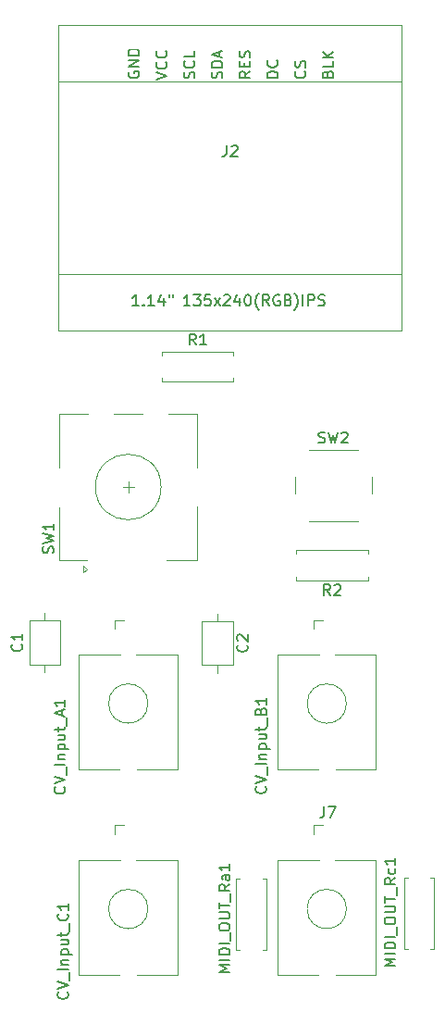
<source format=gto>
G04 #@! TF.GenerationSoftware,KiCad,Pcbnew,(7.0.0)*
G04 #@! TF.CreationDate,2023-03-19T22:56:20+00:00*
G04 #@! TF.ProjectId,front_microlidian,66726f6e-745f-46d6-9963-726f6c696469,rev?*
G04 #@! TF.SameCoordinates,Original*
G04 #@! TF.FileFunction,Legend,Top*
G04 #@! TF.FilePolarity,Positive*
%FSLAX46Y46*%
G04 Gerber Fmt 4.6, Leading zero omitted, Abs format (unit mm)*
G04 Created by KiCad (PCBNEW (7.0.0)) date 2023-03-19 22:56:20*
%MOMM*%
%LPD*%
G01*
G04 APERTURE LIST*
%ADD10C,0.150000*%
%ADD11C,0.120000*%
%ADD12C,1.600000*%
%ADD13O,1.600000X1.600000*%
%ADD14C,2.000000*%
%ADD15R,1.524000X1.524000*%
%ADD16C,1.524000*%
%ADD17R,2.000000X2.000000*%
%ADD18R,2.500000X3.000000*%
%ADD19R,1.930000X1.830000*%
%ADD20C,2.130000*%
%ADD21R,1.700000X1.700000*%
%ADD22O,1.700000X1.700000*%
G04 APERTURE END LIST*
D10*
X104647742Y-108599266D02*
X104695361Y-108646885D01*
X104695361Y-108646885D02*
X104742980Y-108789742D01*
X104742980Y-108789742D02*
X104742980Y-108884980D01*
X104742980Y-108884980D02*
X104695361Y-109027837D01*
X104695361Y-109027837D02*
X104600123Y-109123075D01*
X104600123Y-109123075D02*
X104504885Y-109170694D01*
X104504885Y-109170694D02*
X104314409Y-109218313D01*
X104314409Y-109218313D02*
X104171552Y-109218313D01*
X104171552Y-109218313D02*
X103981076Y-109170694D01*
X103981076Y-109170694D02*
X103885838Y-109123075D01*
X103885838Y-109123075D02*
X103790600Y-109027837D01*
X103790600Y-109027837D02*
X103742980Y-108884980D01*
X103742980Y-108884980D02*
X103742980Y-108789742D01*
X103742980Y-108789742D02*
X103790600Y-108646885D01*
X103790600Y-108646885D02*
X103838219Y-108599266D01*
X103838219Y-108218313D02*
X103790600Y-108170694D01*
X103790600Y-108170694D02*
X103742980Y-108075456D01*
X103742980Y-108075456D02*
X103742980Y-107837361D01*
X103742980Y-107837361D02*
X103790600Y-107742123D01*
X103790600Y-107742123D02*
X103838219Y-107694504D01*
X103838219Y-107694504D02*
X103933457Y-107646885D01*
X103933457Y-107646885D02*
X104028695Y-107646885D01*
X104028695Y-107646885D02*
X104171552Y-107694504D01*
X104171552Y-107694504D02*
X104742980Y-108265932D01*
X104742980Y-108265932D02*
X104742980Y-107646885D01*
X112279133Y-104057980D02*
X111945800Y-103581790D01*
X111707705Y-104057980D02*
X111707705Y-103057980D01*
X111707705Y-103057980D02*
X112088657Y-103057980D01*
X112088657Y-103057980D02*
X112183895Y-103105600D01*
X112183895Y-103105600D02*
X112231514Y-103153219D01*
X112231514Y-103153219D02*
X112279133Y-103248457D01*
X112279133Y-103248457D02*
X112279133Y-103391314D01*
X112279133Y-103391314D02*
X112231514Y-103486552D01*
X112231514Y-103486552D02*
X112183895Y-103534171D01*
X112183895Y-103534171D02*
X112088657Y-103581790D01*
X112088657Y-103581790D02*
X111707705Y-103581790D01*
X112660086Y-103153219D02*
X112707705Y-103105600D01*
X112707705Y-103105600D02*
X112802943Y-103057980D01*
X112802943Y-103057980D02*
X113041038Y-103057980D01*
X113041038Y-103057980D02*
X113136276Y-103105600D01*
X113136276Y-103105600D02*
X113183895Y-103153219D01*
X113183895Y-103153219D02*
X113231514Y-103248457D01*
X113231514Y-103248457D02*
X113231514Y-103343695D01*
X113231514Y-103343695D02*
X113183895Y-103486552D01*
X113183895Y-103486552D02*
X112612467Y-104057980D01*
X112612467Y-104057980D02*
X113231514Y-104057980D01*
X118248780Y-137962761D02*
X117248780Y-137962761D01*
X117248780Y-137962761D02*
X117963066Y-137629428D01*
X117963066Y-137629428D02*
X117248780Y-137296095D01*
X117248780Y-137296095D02*
X118248780Y-137296095D01*
X118248780Y-136819904D02*
X117248780Y-136819904D01*
X118248780Y-136343714D02*
X117248780Y-136343714D01*
X117248780Y-136343714D02*
X117248780Y-136105619D01*
X117248780Y-136105619D02*
X117296400Y-135962762D01*
X117296400Y-135962762D02*
X117391638Y-135867524D01*
X117391638Y-135867524D02*
X117486876Y-135819905D01*
X117486876Y-135819905D02*
X117677352Y-135772286D01*
X117677352Y-135772286D02*
X117820209Y-135772286D01*
X117820209Y-135772286D02*
X118010685Y-135819905D01*
X118010685Y-135819905D02*
X118105923Y-135867524D01*
X118105923Y-135867524D02*
X118201161Y-135962762D01*
X118201161Y-135962762D02*
X118248780Y-136105619D01*
X118248780Y-136105619D02*
X118248780Y-136343714D01*
X118248780Y-135343714D02*
X117248780Y-135343714D01*
X118344019Y-135105620D02*
X118344019Y-134343715D01*
X117248780Y-133915143D02*
X117248780Y-133724667D01*
X117248780Y-133724667D02*
X117296400Y-133629429D01*
X117296400Y-133629429D02*
X117391638Y-133534191D01*
X117391638Y-133534191D02*
X117582114Y-133486572D01*
X117582114Y-133486572D02*
X117915447Y-133486572D01*
X117915447Y-133486572D02*
X118105923Y-133534191D01*
X118105923Y-133534191D02*
X118201161Y-133629429D01*
X118201161Y-133629429D02*
X118248780Y-133724667D01*
X118248780Y-133724667D02*
X118248780Y-133915143D01*
X118248780Y-133915143D02*
X118201161Y-134010381D01*
X118201161Y-134010381D02*
X118105923Y-134105619D01*
X118105923Y-134105619D02*
X117915447Y-134153238D01*
X117915447Y-134153238D02*
X117582114Y-134153238D01*
X117582114Y-134153238D02*
X117391638Y-134105619D01*
X117391638Y-134105619D02*
X117296400Y-134010381D01*
X117296400Y-134010381D02*
X117248780Y-133915143D01*
X117248780Y-133058000D02*
X118058304Y-133058000D01*
X118058304Y-133058000D02*
X118153542Y-133010381D01*
X118153542Y-133010381D02*
X118201161Y-132962762D01*
X118201161Y-132962762D02*
X118248780Y-132867524D01*
X118248780Y-132867524D02*
X118248780Y-132677048D01*
X118248780Y-132677048D02*
X118201161Y-132581810D01*
X118201161Y-132581810D02*
X118153542Y-132534191D01*
X118153542Y-132534191D02*
X118058304Y-132486572D01*
X118058304Y-132486572D02*
X117248780Y-132486572D01*
X117248780Y-132153238D02*
X117248780Y-131581810D01*
X118248780Y-131867524D02*
X117248780Y-131867524D01*
X118344019Y-131486572D02*
X118344019Y-130724667D01*
X118248780Y-129915143D02*
X117772590Y-130248476D01*
X118248780Y-130486571D02*
X117248780Y-130486571D01*
X117248780Y-130486571D02*
X117248780Y-130105619D01*
X117248780Y-130105619D02*
X117296400Y-130010381D01*
X117296400Y-130010381D02*
X117344019Y-129962762D01*
X117344019Y-129962762D02*
X117439257Y-129915143D01*
X117439257Y-129915143D02*
X117582114Y-129915143D01*
X117582114Y-129915143D02*
X117677352Y-129962762D01*
X117677352Y-129962762D02*
X117724971Y-130010381D01*
X117724971Y-130010381D02*
X117772590Y-130105619D01*
X117772590Y-130105619D02*
X117772590Y-130486571D01*
X118201161Y-129058000D02*
X118248780Y-129153238D01*
X118248780Y-129153238D02*
X118248780Y-129343714D01*
X118248780Y-129343714D02*
X118201161Y-129438952D01*
X118201161Y-129438952D02*
X118153542Y-129486571D01*
X118153542Y-129486571D02*
X118058304Y-129534190D01*
X118058304Y-129534190D02*
X117772590Y-129534190D01*
X117772590Y-129534190D02*
X117677352Y-129486571D01*
X117677352Y-129486571D02*
X117629733Y-129438952D01*
X117629733Y-129438952D02*
X117582114Y-129343714D01*
X117582114Y-129343714D02*
X117582114Y-129153238D01*
X117582114Y-129153238D02*
X117629733Y-129058000D01*
X118248780Y-128105619D02*
X118248780Y-128677047D01*
X118248780Y-128391333D02*
X117248780Y-128391333D01*
X117248780Y-128391333D02*
X117391638Y-128486571D01*
X117391638Y-128486571D02*
X117486876Y-128581809D01*
X117486876Y-128581809D02*
X117534495Y-128677047D01*
X103084980Y-138532570D02*
X102084980Y-138532570D01*
X102084980Y-138532570D02*
X102799266Y-138199237D01*
X102799266Y-138199237D02*
X102084980Y-137865904D01*
X102084980Y-137865904D02*
X103084980Y-137865904D01*
X103084980Y-137389713D02*
X102084980Y-137389713D01*
X103084980Y-136913523D02*
X102084980Y-136913523D01*
X102084980Y-136913523D02*
X102084980Y-136675428D01*
X102084980Y-136675428D02*
X102132600Y-136532571D01*
X102132600Y-136532571D02*
X102227838Y-136437333D01*
X102227838Y-136437333D02*
X102323076Y-136389714D01*
X102323076Y-136389714D02*
X102513552Y-136342095D01*
X102513552Y-136342095D02*
X102656409Y-136342095D01*
X102656409Y-136342095D02*
X102846885Y-136389714D01*
X102846885Y-136389714D02*
X102942123Y-136437333D01*
X102942123Y-136437333D02*
X103037361Y-136532571D01*
X103037361Y-136532571D02*
X103084980Y-136675428D01*
X103084980Y-136675428D02*
X103084980Y-136913523D01*
X103084980Y-135913523D02*
X102084980Y-135913523D01*
X103180219Y-135675429D02*
X103180219Y-134913524D01*
X102084980Y-134484952D02*
X102084980Y-134294476D01*
X102084980Y-134294476D02*
X102132600Y-134199238D01*
X102132600Y-134199238D02*
X102227838Y-134104000D01*
X102227838Y-134104000D02*
X102418314Y-134056381D01*
X102418314Y-134056381D02*
X102751647Y-134056381D01*
X102751647Y-134056381D02*
X102942123Y-134104000D01*
X102942123Y-134104000D02*
X103037361Y-134199238D01*
X103037361Y-134199238D02*
X103084980Y-134294476D01*
X103084980Y-134294476D02*
X103084980Y-134484952D01*
X103084980Y-134484952D02*
X103037361Y-134580190D01*
X103037361Y-134580190D02*
X102942123Y-134675428D01*
X102942123Y-134675428D02*
X102751647Y-134723047D01*
X102751647Y-134723047D02*
X102418314Y-134723047D01*
X102418314Y-134723047D02*
X102227838Y-134675428D01*
X102227838Y-134675428D02*
X102132600Y-134580190D01*
X102132600Y-134580190D02*
X102084980Y-134484952D01*
X102084980Y-133627809D02*
X102894504Y-133627809D01*
X102894504Y-133627809D02*
X102989742Y-133580190D01*
X102989742Y-133580190D02*
X103037361Y-133532571D01*
X103037361Y-133532571D02*
X103084980Y-133437333D01*
X103084980Y-133437333D02*
X103084980Y-133246857D01*
X103084980Y-133246857D02*
X103037361Y-133151619D01*
X103037361Y-133151619D02*
X102989742Y-133104000D01*
X102989742Y-133104000D02*
X102894504Y-133056381D01*
X102894504Y-133056381D02*
X102084980Y-133056381D01*
X102084980Y-132723047D02*
X102084980Y-132151619D01*
X103084980Y-132437333D02*
X102084980Y-132437333D01*
X103180219Y-132056381D02*
X103180219Y-131294476D01*
X103084980Y-130484952D02*
X102608790Y-130818285D01*
X103084980Y-131056380D02*
X102084980Y-131056380D01*
X102084980Y-131056380D02*
X102084980Y-130675428D01*
X102084980Y-130675428D02*
X102132600Y-130580190D01*
X102132600Y-130580190D02*
X102180219Y-130532571D01*
X102180219Y-130532571D02*
X102275457Y-130484952D01*
X102275457Y-130484952D02*
X102418314Y-130484952D01*
X102418314Y-130484952D02*
X102513552Y-130532571D01*
X102513552Y-130532571D02*
X102561171Y-130580190D01*
X102561171Y-130580190D02*
X102608790Y-130675428D01*
X102608790Y-130675428D02*
X102608790Y-131056380D01*
X103084980Y-129627809D02*
X102561171Y-129627809D01*
X102561171Y-129627809D02*
X102465933Y-129675428D01*
X102465933Y-129675428D02*
X102418314Y-129770666D01*
X102418314Y-129770666D02*
X102418314Y-129961142D01*
X102418314Y-129961142D02*
X102465933Y-130056380D01*
X103037361Y-129627809D02*
X103084980Y-129723047D01*
X103084980Y-129723047D02*
X103084980Y-129961142D01*
X103084980Y-129961142D02*
X103037361Y-130056380D01*
X103037361Y-130056380D02*
X102942123Y-130103999D01*
X102942123Y-130103999D02*
X102846885Y-130103999D01*
X102846885Y-130103999D02*
X102751647Y-130056380D01*
X102751647Y-130056380D02*
X102704028Y-129961142D01*
X102704028Y-129961142D02*
X102704028Y-129723047D01*
X102704028Y-129723047D02*
X102656409Y-129627809D01*
X103084980Y-128627809D02*
X103084980Y-129199237D01*
X103084980Y-128913523D02*
X102084980Y-128913523D01*
X102084980Y-128913523D02*
X102227838Y-129008761D01*
X102227838Y-129008761D02*
X102323076Y-129103999D01*
X102323076Y-129103999D02*
X102370695Y-129199237D01*
X111222257Y-90081641D02*
X111365114Y-90129260D01*
X111365114Y-90129260D02*
X111603209Y-90129260D01*
X111603209Y-90129260D02*
X111698447Y-90081641D01*
X111698447Y-90081641D02*
X111746066Y-90034022D01*
X111746066Y-90034022D02*
X111793685Y-89938784D01*
X111793685Y-89938784D02*
X111793685Y-89843546D01*
X111793685Y-89843546D02*
X111746066Y-89748308D01*
X111746066Y-89748308D02*
X111698447Y-89700689D01*
X111698447Y-89700689D02*
X111603209Y-89653070D01*
X111603209Y-89653070D02*
X111412733Y-89605451D01*
X111412733Y-89605451D02*
X111317495Y-89557832D01*
X111317495Y-89557832D02*
X111269876Y-89510213D01*
X111269876Y-89510213D02*
X111222257Y-89414975D01*
X111222257Y-89414975D02*
X111222257Y-89319737D01*
X111222257Y-89319737D02*
X111269876Y-89224499D01*
X111269876Y-89224499D02*
X111317495Y-89176880D01*
X111317495Y-89176880D02*
X111412733Y-89129260D01*
X111412733Y-89129260D02*
X111650828Y-89129260D01*
X111650828Y-89129260D02*
X111793685Y-89176880D01*
X112127019Y-89129260D02*
X112365114Y-90129260D01*
X112365114Y-90129260D02*
X112555590Y-89414975D01*
X112555590Y-89414975D02*
X112746066Y-90129260D01*
X112746066Y-90129260D02*
X112984162Y-89129260D01*
X113317495Y-89224499D02*
X113365114Y-89176880D01*
X113365114Y-89176880D02*
X113460352Y-89129260D01*
X113460352Y-89129260D02*
X113698447Y-89129260D01*
X113698447Y-89129260D02*
X113793685Y-89176880D01*
X113793685Y-89176880D02*
X113841304Y-89224499D01*
X113841304Y-89224499D02*
X113888923Y-89319737D01*
X113888923Y-89319737D02*
X113888923Y-89414975D01*
X113888923Y-89414975D02*
X113841304Y-89557832D01*
X113841304Y-89557832D02*
X113269876Y-90129260D01*
X113269876Y-90129260D02*
X113888923Y-90129260D01*
X102800056Y-62931260D02*
X102800056Y-63645546D01*
X102800056Y-63645546D02*
X102752437Y-63788403D01*
X102752437Y-63788403D02*
X102657199Y-63883641D01*
X102657199Y-63883641D02*
X102514342Y-63931260D01*
X102514342Y-63931260D02*
X102419104Y-63931260D01*
X103228628Y-63026499D02*
X103276247Y-62978880D01*
X103276247Y-62978880D02*
X103371485Y-62931260D01*
X103371485Y-62931260D02*
X103609580Y-62931260D01*
X103609580Y-62931260D02*
X103704818Y-62978880D01*
X103704818Y-62978880D02*
X103752437Y-63026499D01*
X103752437Y-63026499D02*
X103800056Y-63121737D01*
X103800056Y-63121737D02*
X103800056Y-63216975D01*
X103800056Y-63216975D02*
X103752437Y-63359832D01*
X103752437Y-63359832D02*
X103181009Y-63931260D01*
X103181009Y-63931260D02*
X103800056Y-63931260D01*
X107487770Y-56721784D02*
X106487770Y-56721784D01*
X106487770Y-56721784D02*
X106487770Y-56483689D01*
X106487770Y-56483689D02*
X106535390Y-56340832D01*
X106535390Y-56340832D02*
X106630628Y-56245594D01*
X106630628Y-56245594D02*
X106725866Y-56197975D01*
X106725866Y-56197975D02*
X106916342Y-56150356D01*
X106916342Y-56150356D02*
X107059199Y-56150356D01*
X107059199Y-56150356D02*
X107249675Y-56197975D01*
X107249675Y-56197975D02*
X107344913Y-56245594D01*
X107344913Y-56245594D02*
X107440151Y-56340832D01*
X107440151Y-56340832D02*
X107487770Y-56483689D01*
X107487770Y-56483689D02*
X107487770Y-56721784D01*
X107392532Y-55150356D02*
X107440151Y-55197975D01*
X107440151Y-55197975D02*
X107487770Y-55340832D01*
X107487770Y-55340832D02*
X107487770Y-55436070D01*
X107487770Y-55436070D02*
X107440151Y-55578927D01*
X107440151Y-55578927D02*
X107344913Y-55674165D01*
X107344913Y-55674165D02*
X107249675Y-55721784D01*
X107249675Y-55721784D02*
X107059199Y-55769403D01*
X107059199Y-55769403D02*
X106916342Y-55769403D01*
X106916342Y-55769403D02*
X106725866Y-55721784D01*
X106725866Y-55721784D02*
X106630628Y-55674165D01*
X106630628Y-55674165D02*
X106535390Y-55578927D01*
X106535390Y-55578927D02*
X106487770Y-55436070D01*
X106487770Y-55436070D02*
X106487770Y-55340832D01*
X106487770Y-55340832D02*
X106535390Y-55197975D01*
X106535390Y-55197975D02*
X106583009Y-55150356D01*
X94751294Y-77570260D02*
X94179866Y-77570260D01*
X94465580Y-77570260D02*
X94465580Y-76570260D01*
X94465580Y-76570260D02*
X94370342Y-76713118D01*
X94370342Y-76713118D02*
X94275104Y-76808356D01*
X94275104Y-76808356D02*
X94179866Y-76855975D01*
X95179866Y-77475022D02*
X95227485Y-77522641D01*
X95227485Y-77522641D02*
X95179866Y-77570260D01*
X95179866Y-77570260D02*
X95132247Y-77522641D01*
X95132247Y-77522641D02*
X95179866Y-77475022D01*
X95179866Y-77475022D02*
X95179866Y-77570260D01*
X96179865Y-77570260D02*
X95608437Y-77570260D01*
X95894151Y-77570260D02*
X95894151Y-76570260D01*
X95894151Y-76570260D02*
X95798913Y-76713118D01*
X95798913Y-76713118D02*
X95703675Y-76808356D01*
X95703675Y-76808356D02*
X95608437Y-76855975D01*
X97037008Y-76903594D02*
X97037008Y-77570260D01*
X96798913Y-76522641D02*
X96560818Y-77236927D01*
X96560818Y-77236927D02*
X97179865Y-77236927D01*
X97513199Y-76570260D02*
X97513199Y-76760737D01*
X97894151Y-76570260D02*
X97894151Y-76760737D01*
X99446532Y-77570260D02*
X98875104Y-77570260D01*
X99160818Y-77570260D02*
X99160818Y-76570260D01*
X99160818Y-76570260D02*
X99065580Y-76713118D01*
X99065580Y-76713118D02*
X98970342Y-76808356D01*
X98970342Y-76808356D02*
X98875104Y-76855975D01*
X99779866Y-76570260D02*
X100398913Y-76570260D01*
X100398913Y-76570260D02*
X100065580Y-76951213D01*
X100065580Y-76951213D02*
X100208437Y-76951213D01*
X100208437Y-76951213D02*
X100303675Y-76998832D01*
X100303675Y-76998832D02*
X100351294Y-77046451D01*
X100351294Y-77046451D02*
X100398913Y-77141689D01*
X100398913Y-77141689D02*
X100398913Y-77379784D01*
X100398913Y-77379784D02*
X100351294Y-77475022D01*
X100351294Y-77475022D02*
X100303675Y-77522641D01*
X100303675Y-77522641D02*
X100208437Y-77570260D01*
X100208437Y-77570260D02*
X99922723Y-77570260D01*
X99922723Y-77570260D02*
X99827485Y-77522641D01*
X99827485Y-77522641D02*
X99779866Y-77475022D01*
X101303675Y-76570260D02*
X100827485Y-76570260D01*
X100827485Y-76570260D02*
X100779866Y-77046451D01*
X100779866Y-77046451D02*
X100827485Y-76998832D01*
X100827485Y-76998832D02*
X100922723Y-76951213D01*
X100922723Y-76951213D02*
X101160818Y-76951213D01*
X101160818Y-76951213D02*
X101256056Y-76998832D01*
X101256056Y-76998832D02*
X101303675Y-77046451D01*
X101303675Y-77046451D02*
X101351294Y-77141689D01*
X101351294Y-77141689D02*
X101351294Y-77379784D01*
X101351294Y-77379784D02*
X101303675Y-77475022D01*
X101303675Y-77475022D02*
X101256056Y-77522641D01*
X101256056Y-77522641D02*
X101160818Y-77570260D01*
X101160818Y-77570260D02*
X100922723Y-77570260D01*
X100922723Y-77570260D02*
X100827485Y-77522641D01*
X100827485Y-77522641D02*
X100779866Y-77475022D01*
X101684628Y-77570260D02*
X102208437Y-76903594D01*
X101684628Y-76903594D02*
X102208437Y-77570260D01*
X102541771Y-76665499D02*
X102589390Y-76617880D01*
X102589390Y-76617880D02*
X102684628Y-76570260D01*
X102684628Y-76570260D02*
X102922723Y-76570260D01*
X102922723Y-76570260D02*
X103017961Y-76617880D01*
X103017961Y-76617880D02*
X103065580Y-76665499D01*
X103065580Y-76665499D02*
X103113199Y-76760737D01*
X103113199Y-76760737D02*
X103113199Y-76855975D01*
X103113199Y-76855975D02*
X103065580Y-76998832D01*
X103065580Y-76998832D02*
X102494152Y-77570260D01*
X102494152Y-77570260D02*
X103113199Y-77570260D01*
X103970342Y-76903594D02*
X103970342Y-77570260D01*
X103732247Y-76522641D02*
X103494152Y-77236927D01*
X103494152Y-77236927D02*
X104113199Y-77236927D01*
X104684628Y-76570260D02*
X104779866Y-76570260D01*
X104779866Y-76570260D02*
X104875104Y-76617880D01*
X104875104Y-76617880D02*
X104922723Y-76665499D01*
X104922723Y-76665499D02*
X104970342Y-76760737D01*
X104970342Y-76760737D02*
X105017961Y-76951213D01*
X105017961Y-76951213D02*
X105017961Y-77189308D01*
X105017961Y-77189308D02*
X104970342Y-77379784D01*
X104970342Y-77379784D02*
X104922723Y-77475022D01*
X104922723Y-77475022D02*
X104875104Y-77522641D01*
X104875104Y-77522641D02*
X104779866Y-77570260D01*
X104779866Y-77570260D02*
X104684628Y-77570260D01*
X104684628Y-77570260D02*
X104589390Y-77522641D01*
X104589390Y-77522641D02*
X104541771Y-77475022D01*
X104541771Y-77475022D02*
X104494152Y-77379784D01*
X104494152Y-77379784D02*
X104446533Y-77189308D01*
X104446533Y-77189308D02*
X104446533Y-76951213D01*
X104446533Y-76951213D02*
X104494152Y-76760737D01*
X104494152Y-76760737D02*
X104541771Y-76665499D01*
X104541771Y-76665499D02*
X104589390Y-76617880D01*
X104589390Y-76617880D02*
X104684628Y-76570260D01*
X105732247Y-77951213D02*
X105684628Y-77903594D01*
X105684628Y-77903594D02*
X105589390Y-77760737D01*
X105589390Y-77760737D02*
X105541771Y-77665499D01*
X105541771Y-77665499D02*
X105494152Y-77522641D01*
X105494152Y-77522641D02*
X105446533Y-77284546D01*
X105446533Y-77284546D02*
X105446533Y-77094070D01*
X105446533Y-77094070D02*
X105494152Y-76855975D01*
X105494152Y-76855975D02*
X105541771Y-76713118D01*
X105541771Y-76713118D02*
X105589390Y-76617880D01*
X105589390Y-76617880D02*
X105684628Y-76475022D01*
X105684628Y-76475022D02*
X105732247Y-76427403D01*
X106684628Y-77570260D02*
X106351295Y-77094070D01*
X106113200Y-77570260D02*
X106113200Y-76570260D01*
X106113200Y-76570260D02*
X106494152Y-76570260D01*
X106494152Y-76570260D02*
X106589390Y-76617880D01*
X106589390Y-76617880D02*
X106637009Y-76665499D01*
X106637009Y-76665499D02*
X106684628Y-76760737D01*
X106684628Y-76760737D02*
X106684628Y-76903594D01*
X106684628Y-76903594D02*
X106637009Y-76998832D01*
X106637009Y-76998832D02*
X106589390Y-77046451D01*
X106589390Y-77046451D02*
X106494152Y-77094070D01*
X106494152Y-77094070D02*
X106113200Y-77094070D01*
X107637009Y-76617880D02*
X107541771Y-76570260D01*
X107541771Y-76570260D02*
X107398914Y-76570260D01*
X107398914Y-76570260D02*
X107256057Y-76617880D01*
X107256057Y-76617880D02*
X107160819Y-76713118D01*
X107160819Y-76713118D02*
X107113200Y-76808356D01*
X107113200Y-76808356D02*
X107065581Y-76998832D01*
X107065581Y-76998832D02*
X107065581Y-77141689D01*
X107065581Y-77141689D02*
X107113200Y-77332165D01*
X107113200Y-77332165D02*
X107160819Y-77427403D01*
X107160819Y-77427403D02*
X107256057Y-77522641D01*
X107256057Y-77522641D02*
X107398914Y-77570260D01*
X107398914Y-77570260D02*
X107494152Y-77570260D01*
X107494152Y-77570260D02*
X107637009Y-77522641D01*
X107637009Y-77522641D02*
X107684628Y-77475022D01*
X107684628Y-77475022D02*
X107684628Y-77141689D01*
X107684628Y-77141689D02*
X107494152Y-77141689D01*
X108446533Y-77046451D02*
X108589390Y-77094070D01*
X108589390Y-77094070D02*
X108637009Y-77141689D01*
X108637009Y-77141689D02*
X108684628Y-77236927D01*
X108684628Y-77236927D02*
X108684628Y-77379784D01*
X108684628Y-77379784D02*
X108637009Y-77475022D01*
X108637009Y-77475022D02*
X108589390Y-77522641D01*
X108589390Y-77522641D02*
X108494152Y-77570260D01*
X108494152Y-77570260D02*
X108113200Y-77570260D01*
X108113200Y-77570260D02*
X108113200Y-76570260D01*
X108113200Y-76570260D02*
X108446533Y-76570260D01*
X108446533Y-76570260D02*
X108541771Y-76617880D01*
X108541771Y-76617880D02*
X108589390Y-76665499D01*
X108589390Y-76665499D02*
X108637009Y-76760737D01*
X108637009Y-76760737D02*
X108637009Y-76855975D01*
X108637009Y-76855975D02*
X108589390Y-76951213D01*
X108589390Y-76951213D02*
X108541771Y-76998832D01*
X108541771Y-76998832D02*
X108446533Y-77046451D01*
X108446533Y-77046451D02*
X108113200Y-77046451D01*
X109017962Y-77951213D02*
X109065581Y-77903594D01*
X109065581Y-77903594D02*
X109160819Y-77760737D01*
X109160819Y-77760737D02*
X109208438Y-77665499D01*
X109208438Y-77665499D02*
X109256057Y-77522641D01*
X109256057Y-77522641D02*
X109303676Y-77284546D01*
X109303676Y-77284546D02*
X109303676Y-77094070D01*
X109303676Y-77094070D02*
X109256057Y-76855975D01*
X109256057Y-76855975D02*
X109208438Y-76713118D01*
X109208438Y-76713118D02*
X109160819Y-76617880D01*
X109160819Y-76617880D02*
X109065581Y-76475022D01*
X109065581Y-76475022D02*
X109017962Y-76427403D01*
X109779867Y-77570260D02*
X109779867Y-76570260D01*
X110256057Y-77570260D02*
X110256057Y-76570260D01*
X110256057Y-76570260D02*
X110637009Y-76570260D01*
X110637009Y-76570260D02*
X110732247Y-76617880D01*
X110732247Y-76617880D02*
X110779866Y-76665499D01*
X110779866Y-76665499D02*
X110827485Y-76760737D01*
X110827485Y-76760737D02*
X110827485Y-76903594D01*
X110827485Y-76903594D02*
X110779866Y-76998832D01*
X110779866Y-76998832D02*
X110732247Y-77046451D01*
X110732247Y-77046451D02*
X110637009Y-77094070D01*
X110637009Y-77094070D02*
X110256057Y-77094070D01*
X111208438Y-77522641D02*
X111351295Y-77570260D01*
X111351295Y-77570260D02*
X111589390Y-77570260D01*
X111589390Y-77570260D02*
X111684628Y-77522641D01*
X111684628Y-77522641D02*
X111732247Y-77475022D01*
X111732247Y-77475022D02*
X111779866Y-77379784D01*
X111779866Y-77379784D02*
X111779866Y-77284546D01*
X111779866Y-77284546D02*
X111732247Y-77189308D01*
X111732247Y-77189308D02*
X111684628Y-77141689D01*
X111684628Y-77141689D02*
X111589390Y-77094070D01*
X111589390Y-77094070D02*
X111398914Y-77046451D01*
X111398914Y-77046451D02*
X111303676Y-76998832D01*
X111303676Y-76998832D02*
X111256057Y-76951213D01*
X111256057Y-76951213D02*
X111208438Y-76855975D01*
X111208438Y-76855975D02*
X111208438Y-76760737D01*
X111208438Y-76760737D02*
X111256057Y-76665499D01*
X111256057Y-76665499D02*
X111303676Y-76617880D01*
X111303676Y-76617880D02*
X111398914Y-76570260D01*
X111398914Y-76570260D02*
X111637009Y-76570260D01*
X111637009Y-76570260D02*
X111779866Y-76617880D01*
X96327770Y-56864641D02*
X97327770Y-56531308D01*
X97327770Y-56531308D02*
X96327770Y-56197975D01*
X97232532Y-55293213D02*
X97280151Y-55340832D01*
X97280151Y-55340832D02*
X97327770Y-55483689D01*
X97327770Y-55483689D02*
X97327770Y-55578927D01*
X97327770Y-55578927D02*
X97280151Y-55721784D01*
X97280151Y-55721784D02*
X97184913Y-55817022D01*
X97184913Y-55817022D02*
X97089675Y-55864641D01*
X97089675Y-55864641D02*
X96899199Y-55912260D01*
X96899199Y-55912260D02*
X96756342Y-55912260D01*
X96756342Y-55912260D02*
X96565866Y-55864641D01*
X96565866Y-55864641D02*
X96470628Y-55817022D01*
X96470628Y-55817022D02*
X96375390Y-55721784D01*
X96375390Y-55721784D02*
X96327770Y-55578927D01*
X96327770Y-55578927D02*
X96327770Y-55483689D01*
X96327770Y-55483689D02*
X96375390Y-55340832D01*
X96375390Y-55340832D02*
X96423009Y-55293213D01*
X97232532Y-54293213D02*
X97280151Y-54340832D01*
X97280151Y-54340832D02*
X97327770Y-54483689D01*
X97327770Y-54483689D02*
X97327770Y-54578927D01*
X97327770Y-54578927D02*
X97280151Y-54721784D01*
X97280151Y-54721784D02*
X97184913Y-54817022D01*
X97184913Y-54817022D02*
X97089675Y-54864641D01*
X97089675Y-54864641D02*
X96899199Y-54912260D01*
X96899199Y-54912260D02*
X96756342Y-54912260D01*
X96756342Y-54912260D02*
X96565866Y-54864641D01*
X96565866Y-54864641D02*
X96470628Y-54817022D01*
X96470628Y-54817022D02*
X96375390Y-54721784D01*
X96375390Y-54721784D02*
X96327770Y-54578927D01*
X96327770Y-54578927D02*
X96327770Y-54483689D01*
X96327770Y-54483689D02*
X96375390Y-54340832D01*
X96375390Y-54340832D02*
X96423009Y-54293213D01*
X109932532Y-56150356D02*
X109980151Y-56197975D01*
X109980151Y-56197975D02*
X110027770Y-56340832D01*
X110027770Y-56340832D02*
X110027770Y-56436070D01*
X110027770Y-56436070D02*
X109980151Y-56578927D01*
X109980151Y-56578927D02*
X109884913Y-56674165D01*
X109884913Y-56674165D02*
X109789675Y-56721784D01*
X109789675Y-56721784D02*
X109599199Y-56769403D01*
X109599199Y-56769403D02*
X109456342Y-56769403D01*
X109456342Y-56769403D02*
X109265866Y-56721784D01*
X109265866Y-56721784D02*
X109170628Y-56674165D01*
X109170628Y-56674165D02*
X109075390Y-56578927D01*
X109075390Y-56578927D02*
X109027770Y-56436070D01*
X109027770Y-56436070D02*
X109027770Y-56340832D01*
X109027770Y-56340832D02*
X109075390Y-56197975D01*
X109075390Y-56197975D02*
X109123009Y-56150356D01*
X109980151Y-55769403D02*
X110027770Y-55626546D01*
X110027770Y-55626546D02*
X110027770Y-55388451D01*
X110027770Y-55388451D02*
X109980151Y-55293213D01*
X109980151Y-55293213D02*
X109932532Y-55245594D01*
X109932532Y-55245594D02*
X109837294Y-55197975D01*
X109837294Y-55197975D02*
X109742056Y-55197975D01*
X109742056Y-55197975D02*
X109646818Y-55245594D01*
X109646818Y-55245594D02*
X109599199Y-55293213D01*
X109599199Y-55293213D02*
X109551580Y-55388451D01*
X109551580Y-55388451D02*
X109503961Y-55578927D01*
X109503961Y-55578927D02*
X109456342Y-55674165D01*
X109456342Y-55674165D02*
X109408723Y-55721784D01*
X109408723Y-55721784D02*
X109313485Y-55769403D01*
X109313485Y-55769403D02*
X109218247Y-55769403D01*
X109218247Y-55769403D02*
X109123009Y-55721784D01*
X109123009Y-55721784D02*
X109075390Y-55674165D01*
X109075390Y-55674165D02*
X109027770Y-55578927D01*
X109027770Y-55578927D02*
X109027770Y-55340832D01*
X109027770Y-55340832D02*
X109075390Y-55197975D01*
X112043961Y-56388451D02*
X112091580Y-56245594D01*
X112091580Y-56245594D02*
X112139199Y-56197975D01*
X112139199Y-56197975D02*
X112234437Y-56150356D01*
X112234437Y-56150356D02*
X112377294Y-56150356D01*
X112377294Y-56150356D02*
X112472532Y-56197975D01*
X112472532Y-56197975D02*
X112520151Y-56245594D01*
X112520151Y-56245594D02*
X112567770Y-56340832D01*
X112567770Y-56340832D02*
X112567770Y-56721784D01*
X112567770Y-56721784D02*
X111567770Y-56721784D01*
X111567770Y-56721784D02*
X111567770Y-56388451D01*
X111567770Y-56388451D02*
X111615390Y-56293213D01*
X111615390Y-56293213D02*
X111663009Y-56245594D01*
X111663009Y-56245594D02*
X111758247Y-56197975D01*
X111758247Y-56197975D02*
X111853485Y-56197975D01*
X111853485Y-56197975D02*
X111948723Y-56245594D01*
X111948723Y-56245594D02*
X111996342Y-56293213D01*
X111996342Y-56293213D02*
X112043961Y-56388451D01*
X112043961Y-56388451D02*
X112043961Y-56721784D01*
X112567770Y-55245594D02*
X112567770Y-55721784D01*
X112567770Y-55721784D02*
X111567770Y-55721784D01*
X112567770Y-54912260D02*
X111567770Y-54912260D01*
X112567770Y-54340832D02*
X111996342Y-54769403D01*
X111567770Y-54340832D02*
X112139199Y-54912260D01*
X99820151Y-56769403D02*
X99867770Y-56626546D01*
X99867770Y-56626546D02*
X99867770Y-56388451D01*
X99867770Y-56388451D02*
X99820151Y-56293213D01*
X99820151Y-56293213D02*
X99772532Y-56245594D01*
X99772532Y-56245594D02*
X99677294Y-56197975D01*
X99677294Y-56197975D02*
X99582056Y-56197975D01*
X99582056Y-56197975D02*
X99486818Y-56245594D01*
X99486818Y-56245594D02*
X99439199Y-56293213D01*
X99439199Y-56293213D02*
X99391580Y-56388451D01*
X99391580Y-56388451D02*
X99343961Y-56578927D01*
X99343961Y-56578927D02*
X99296342Y-56674165D01*
X99296342Y-56674165D02*
X99248723Y-56721784D01*
X99248723Y-56721784D02*
X99153485Y-56769403D01*
X99153485Y-56769403D02*
X99058247Y-56769403D01*
X99058247Y-56769403D02*
X98963009Y-56721784D01*
X98963009Y-56721784D02*
X98915390Y-56674165D01*
X98915390Y-56674165D02*
X98867770Y-56578927D01*
X98867770Y-56578927D02*
X98867770Y-56340832D01*
X98867770Y-56340832D02*
X98915390Y-56197975D01*
X99772532Y-55197975D02*
X99820151Y-55245594D01*
X99820151Y-55245594D02*
X99867770Y-55388451D01*
X99867770Y-55388451D02*
X99867770Y-55483689D01*
X99867770Y-55483689D02*
X99820151Y-55626546D01*
X99820151Y-55626546D02*
X99724913Y-55721784D01*
X99724913Y-55721784D02*
X99629675Y-55769403D01*
X99629675Y-55769403D02*
X99439199Y-55817022D01*
X99439199Y-55817022D02*
X99296342Y-55817022D01*
X99296342Y-55817022D02*
X99105866Y-55769403D01*
X99105866Y-55769403D02*
X99010628Y-55721784D01*
X99010628Y-55721784D02*
X98915390Y-55626546D01*
X98915390Y-55626546D02*
X98867770Y-55483689D01*
X98867770Y-55483689D02*
X98867770Y-55388451D01*
X98867770Y-55388451D02*
X98915390Y-55245594D01*
X98915390Y-55245594D02*
X98963009Y-55197975D01*
X99867770Y-54293213D02*
X99867770Y-54769403D01*
X99867770Y-54769403D02*
X98867770Y-54769403D01*
X102360151Y-56769403D02*
X102407770Y-56626546D01*
X102407770Y-56626546D02*
X102407770Y-56388451D01*
X102407770Y-56388451D02*
X102360151Y-56293213D01*
X102360151Y-56293213D02*
X102312532Y-56245594D01*
X102312532Y-56245594D02*
X102217294Y-56197975D01*
X102217294Y-56197975D02*
X102122056Y-56197975D01*
X102122056Y-56197975D02*
X102026818Y-56245594D01*
X102026818Y-56245594D02*
X101979199Y-56293213D01*
X101979199Y-56293213D02*
X101931580Y-56388451D01*
X101931580Y-56388451D02*
X101883961Y-56578927D01*
X101883961Y-56578927D02*
X101836342Y-56674165D01*
X101836342Y-56674165D02*
X101788723Y-56721784D01*
X101788723Y-56721784D02*
X101693485Y-56769403D01*
X101693485Y-56769403D02*
X101598247Y-56769403D01*
X101598247Y-56769403D02*
X101503009Y-56721784D01*
X101503009Y-56721784D02*
X101455390Y-56674165D01*
X101455390Y-56674165D02*
X101407770Y-56578927D01*
X101407770Y-56578927D02*
X101407770Y-56340832D01*
X101407770Y-56340832D02*
X101455390Y-56197975D01*
X102407770Y-55769403D02*
X101407770Y-55769403D01*
X101407770Y-55769403D02*
X101407770Y-55531308D01*
X101407770Y-55531308D02*
X101455390Y-55388451D01*
X101455390Y-55388451D02*
X101550628Y-55293213D01*
X101550628Y-55293213D02*
X101645866Y-55245594D01*
X101645866Y-55245594D02*
X101836342Y-55197975D01*
X101836342Y-55197975D02*
X101979199Y-55197975D01*
X101979199Y-55197975D02*
X102169675Y-55245594D01*
X102169675Y-55245594D02*
X102264913Y-55293213D01*
X102264913Y-55293213D02*
X102360151Y-55388451D01*
X102360151Y-55388451D02*
X102407770Y-55531308D01*
X102407770Y-55531308D02*
X102407770Y-55769403D01*
X102122056Y-54817022D02*
X102122056Y-54340832D01*
X102407770Y-54912260D02*
X101407770Y-54578927D01*
X101407770Y-54578927D02*
X102407770Y-54245594D01*
X104947770Y-56150356D02*
X104471580Y-56483689D01*
X104947770Y-56721784D02*
X103947770Y-56721784D01*
X103947770Y-56721784D02*
X103947770Y-56340832D01*
X103947770Y-56340832D02*
X103995390Y-56245594D01*
X103995390Y-56245594D02*
X104043009Y-56197975D01*
X104043009Y-56197975D02*
X104138247Y-56150356D01*
X104138247Y-56150356D02*
X104281104Y-56150356D01*
X104281104Y-56150356D02*
X104376342Y-56197975D01*
X104376342Y-56197975D02*
X104423961Y-56245594D01*
X104423961Y-56245594D02*
X104471580Y-56340832D01*
X104471580Y-56340832D02*
X104471580Y-56721784D01*
X104423961Y-55721784D02*
X104423961Y-55388451D01*
X104947770Y-55245594D02*
X104947770Y-55721784D01*
X104947770Y-55721784D02*
X103947770Y-55721784D01*
X103947770Y-55721784D02*
X103947770Y-55245594D01*
X104900151Y-54864641D02*
X104947770Y-54721784D01*
X104947770Y-54721784D02*
X104947770Y-54483689D01*
X104947770Y-54483689D02*
X104900151Y-54388451D01*
X104900151Y-54388451D02*
X104852532Y-54340832D01*
X104852532Y-54340832D02*
X104757294Y-54293213D01*
X104757294Y-54293213D02*
X104662056Y-54293213D01*
X104662056Y-54293213D02*
X104566818Y-54340832D01*
X104566818Y-54340832D02*
X104519199Y-54388451D01*
X104519199Y-54388451D02*
X104471580Y-54483689D01*
X104471580Y-54483689D02*
X104423961Y-54674165D01*
X104423961Y-54674165D02*
X104376342Y-54769403D01*
X104376342Y-54769403D02*
X104328723Y-54817022D01*
X104328723Y-54817022D02*
X104233485Y-54864641D01*
X104233485Y-54864641D02*
X104138247Y-54864641D01*
X104138247Y-54864641D02*
X104043009Y-54817022D01*
X104043009Y-54817022D02*
X103995390Y-54769403D01*
X103995390Y-54769403D02*
X103947770Y-54674165D01*
X103947770Y-54674165D02*
X103947770Y-54436070D01*
X103947770Y-54436070D02*
X103995390Y-54293213D01*
X93835390Y-56197975D02*
X93787770Y-56293213D01*
X93787770Y-56293213D02*
X93787770Y-56436070D01*
X93787770Y-56436070D02*
X93835390Y-56578927D01*
X93835390Y-56578927D02*
X93930628Y-56674165D01*
X93930628Y-56674165D02*
X94025866Y-56721784D01*
X94025866Y-56721784D02*
X94216342Y-56769403D01*
X94216342Y-56769403D02*
X94359199Y-56769403D01*
X94359199Y-56769403D02*
X94549675Y-56721784D01*
X94549675Y-56721784D02*
X94644913Y-56674165D01*
X94644913Y-56674165D02*
X94740151Y-56578927D01*
X94740151Y-56578927D02*
X94787770Y-56436070D01*
X94787770Y-56436070D02*
X94787770Y-56340832D01*
X94787770Y-56340832D02*
X94740151Y-56197975D01*
X94740151Y-56197975D02*
X94692532Y-56150356D01*
X94692532Y-56150356D02*
X94359199Y-56150356D01*
X94359199Y-56150356D02*
X94359199Y-56340832D01*
X94787770Y-55721784D02*
X93787770Y-55721784D01*
X93787770Y-55721784D02*
X94787770Y-55150356D01*
X94787770Y-55150356D02*
X93787770Y-55150356D01*
X94787770Y-54674165D02*
X93787770Y-54674165D01*
X93787770Y-54674165D02*
X93787770Y-54436070D01*
X93787770Y-54436070D02*
X93835390Y-54293213D01*
X93835390Y-54293213D02*
X93930628Y-54197975D01*
X93930628Y-54197975D02*
X94025866Y-54150356D01*
X94025866Y-54150356D02*
X94216342Y-54102737D01*
X94216342Y-54102737D02*
X94359199Y-54102737D01*
X94359199Y-54102737D02*
X94549675Y-54150356D01*
X94549675Y-54150356D02*
X94644913Y-54197975D01*
X94644913Y-54197975D02*
X94740151Y-54293213D01*
X94740151Y-54293213D02*
X94787770Y-54436070D01*
X94787770Y-54436070D02*
X94787770Y-54674165D01*
X86919351Y-100187212D02*
X86966970Y-100044355D01*
X86966970Y-100044355D02*
X86966970Y-99806260D01*
X86966970Y-99806260D02*
X86919351Y-99711022D01*
X86919351Y-99711022D02*
X86871732Y-99663403D01*
X86871732Y-99663403D02*
X86776494Y-99615784D01*
X86776494Y-99615784D02*
X86681256Y-99615784D01*
X86681256Y-99615784D02*
X86586018Y-99663403D01*
X86586018Y-99663403D02*
X86538399Y-99711022D01*
X86538399Y-99711022D02*
X86490780Y-99806260D01*
X86490780Y-99806260D02*
X86443161Y-99996736D01*
X86443161Y-99996736D02*
X86395542Y-100091974D01*
X86395542Y-100091974D02*
X86347923Y-100139593D01*
X86347923Y-100139593D02*
X86252685Y-100187212D01*
X86252685Y-100187212D02*
X86157447Y-100187212D01*
X86157447Y-100187212D02*
X86062209Y-100139593D01*
X86062209Y-100139593D02*
X86014590Y-100091974D01*
X86014590Y-100091974D02*
X85966970Y-99996736D01*
X85966970Y-99996736D02*
X85966970Y-99758641D01*
X85966970Y-99758641D02*
X86014590Y-99615784D01*
X85966970Y-99282450D02*
X86966970Y-99044355D01*
X86966970Y-99044355D02*
X86252685Y-98853879D01*
X86252685Y-98853879D02*
X86966970Y-98663403D01*
X86966970Y-98663403D02*
X85966970Y-98425308D01*
X86966970Y-97520546D02*
X86966970Y-98091974D01*
X86966970Y-97806260D02*
X85966970Y-97806260D01*
X85966970Y-97806260D02*
X86109828Y-97901498D01*
X86109828Y-97901498D02*
X86205066Y-97996736D01*
X86205066Y-97996736D02*
X86252685Y-98091974D01*
X87927542Y-121573467D02*
X87975161Y-121621086D01*
X87975161Y-121621086D02*
X88022780Y-121763943D01*
X88022780Y-121763943D02*
X88022780Y-121859181D01*
X88022780Y-121859181D02*
X87975161Y-122002038D01*
X87975161Y-122002038D02*
X87879923Y-122097276D01*
X87879923Y-122097276D02*
X87784685Y-122144895D01*
X87784685Y-122144895D02*
X87594209Y-122192514D01*
X87594209Y-122192514D02*
X87451352Y-122192514D01*
X87451352Y-122192514D02*
X87260876Y-122144895D01*
X87260876Y-122144895D02*
X87165638Y-122097276D01*
X87165638Y-122097276D02*
X87070400Y-122002038D01*
X87070400Y-122002038D02*
X87022780Y-121859181D01*
X87022780Y-121859181D02*
X87022780Y-121763943D01*
X87022780Y-121763943D02*
X87070400Y-121621086D01*
X87070400Y-121621086D02*
X87118019Y-121573467D01*
X87022780Y-121287752D02*
X88022780Y-120954419D01*
X88022780Y-120954419D02*
X87022780Y-120621086D01*
X88118019Y-120525848D02*
X88118019Y-119763943D01*
X88022780Y-119525847D02*
X87022780Y-119525847D01*
X87356114Y-119049657D02*
X88022780Y-119049657D01*
X87451352Y-119049657D02*
X87403733Y-119002038D01*
X87403733Y-119002038D02*
X87356114Y-118906800D01*
X87356114Y-118906800D02*
X87356114Y-118763943D01*
X87356114Y-118763943D02*
X87403733Y-118668705D01*
X87403733Y-118668705D02*
X87498971Y-118621086D01*
X87498971Y-118621086D02*
X88022780Y-118621086D01*
X87356114Y-118144895D02*
X88356114Y-118144895D01*
X87403733Y-118144895D02*
X87356114Y-118049657D01*
X87356114Y-118049657D02*
X87356114Y-117859181D01*
X87356114Y-117859181D02*
X87403733Y-117763943D01*
X87403733Y-117763943D02*
X87451352Y-117716324D01*
X87451352Y-117716324D02*
X87546590Y-117668705D01*
X87546590Y-117668705D02*
X87832304Y-117668705D01*
X87832304Y-117668705D02*
X87927542Y-117716324D01*
X87927542Y-117716324D02*
X87975161Y-117763943D01*
X87975161Y-117763943D02*
X88022780Y-117859181D01*
X88022780Y-117859181D02*
X88022780Y-118049657D01*
X88022780Y-118049657D02*
X87975161Y-118144895D01*
X87356114Y-116811562D02*
X88022780Y-116811562D01*
X87356114Y-117240133D02*
X87879923Y-117240133D01*
X87879923Y-117240133D02*
X87975161Y-117192514D01*
X87975161Y-117192514D02*
X88022780Y-117097276D01*
X88022780Y-117097276D02*
X88022780Y-116954419D01*
X88022780Y-116954419D02*
X87975161Y-116859181D01*
X87975161Y-116859181D02*
X87927542Y-116811562D01*
X87356114Y-116478228D02*
X87356114Y-116097276D01*
X87022780Y-116335371D02*
X87879923Y-116335371D01*
X87879923Y-116335371D02*
X87975161Y-116287752D01*
X87975161Y-116287752D02*
X88022780Y-116192514D01*
X88022780Y-116192514D02*
X88022780Y-116097276D01*
X88118019Y-116002038D02*
X88118019Y-115240133D01*
X87737066Y-115049656D02*
X87737066Y-114573466D01*
X88022780Y-115144894D02*
X87022780Y-114811561D01*
X87022780Y-114811561D02*
X88022780Y-114478228D01*
X88022780Y-113621085D02*
X88022780Y-114192513D01*
X88022780Y-113906799D02*
X87022780Y-113906799D01*
X87022780Y-113906799D02*
X87165638Y-114002037D01*
X87165638Y-114002037D02*
X87260876Y-114097275D01*
X87260876Y-114097275D02*
X87308495Y-114192513D01*
X88232342Y-140339295D02*
X88279961Y-140386914D01*
X88279961Y-140386914D02*
X88327580Y-140529771D01*
X88327580Y-140529771D02*
X88327580Y-140625009D01*
X88327580Y-140625009D02*
X88279961Y-140767866D01*
X88279961Y-140767866D02*
X88184723Y-140863104D01*
X88184723Y-140863104D02*
X88089485Y-140910723D01*
X88089485Y-140910723D02*
X87899009Y-140958342D01*
X87899009Y-140958342D02*
X87756152Y-140958342D01*
X87756152Y-140958342D02*
X87565676Y-140910723D01*
X87565676Y-140910723D02*
X87470438Y-140863104D01*
X87470438Y-140863104D02*
X87375200Y-140767866D01*
X87375200Y-140767866D02*
X87327580Y-140625009D01*
X87327580Y-140625009D02*
X87327580Y-140529771D01*
X87327580Y-140529771D02*
X87375200Y-140386914D01*
X87375200Y-140386914D02*
X87422819Y-140339295D01*
X87327580Y-140053580D02*
X88327580Y-139720247D01*
X88327580Y-139720247D02*
X87327580Y-139386914D01*
X88422819Y-139291676D02*
X88422819Y-138529771D01*
X88327580Y-138291675D02*
X87327580Y-138291675D01*
X87660914Y-137815485D02*
X88327580Y-137815485D01*
X87756152Y-137815485D02*
X87708533Y-137767866D01*
X87708533Y-137767866D02*
X87660914Y-137672628D01*
X87660914Y-137672628D02*
X87660914Y-137529771D01*
X87660914Y-137529771D02*
X87708533Y-137434533D01*
X87708533Y-137434533D02*
X87803771Y-137386914D01*
X87803771Y-137386914D02*
X88327580Y-137386914D01*
X87660914Y-136910723D02*
X88660914Y-136910723D01*
X87708533Y-136910723D02*
X87660914Y-136815485D01*
X87660914Y-136815485D02*
X87660914Y-136625009D01*
X87660914Y-136625009D02*
X87708533Y-136529771D01*
X87708533Y-136529771D02*
X87756152Y-136482152D01*
X87756152Y-136482152D02*
X87851390Y-136434533D01*
X87851390Y-136434533D02*
X88137104Y-136434533D01*
X88137104Y-136434533D02*
X88232342Y-136482152D01*
X88232342Y-136482152D02*
X88279961Y-136529771D01*
X88279961Y-136529771D02*
X88327580Y-136625009D01*
X88327580Y-136625009D02*
X88327580Y-136815485D01*
X88327580Y-136815485D02*
X88279961Y-136910723D01*
X87660914Y-135577390D02*
X88327580Y-135577390D01*
X87660914Y-136005961D02*
X88184723Y-136005961D01*
X88184723Y-136005961D02*
X88279961Y-135958342D01*
X88279961Y-135958342D02*
X88327580Y-135863104D01*
X88327580Y-135863104D02*
X88327580Y-135720247D01*
X88327580Y-135720247D02*
X88279961Y-135625009D01*
X88279961Y-135625009D02*
X88232342Y-135577390D01*
X87660914Y-135244056D02*
X87660914Y-134863104D01*
X87327580Y-135101199D02*
X88184723Y-135101199D01*
X88184723Y-135101199D02*
X88279961Y-135053580D01*
X88279961Y-135053580D02*
X88327580Y-134958342D01*
X88327580Y-134958342D02*
X88327580Y-134863104D01*
X88422819Y-134767866D02*
X88422819Y-134005961D01*
X88232342Y-133196437D02*
X88279961Y-133244056D01*
X88279961Y-133244056D02*
X88327580Y-133386913D01*
X88327580Y-133386913D02*
X88327580Y-133482151D01*
X88327580Y-133482151D02*
X88279961Y-133625008D01*
X88279961Y-133625008D02*
X88184723Y-133720246D01*
X88184723Y-133720246D02*
X88089485Y-133767865D01*
X88089485Y-133767865D02*
X87899009Y-133815484D01*
X87899009Y-133815484D02*
X87756152Y-133815484D01*
X87756152Y-133815484D02*
X87565676Y-133767865D01*
X87565676Y-133767865D02*
X87470438Y-133720246D01*
X87470438Y-133720246D02*
X87375200Y-133625008D01*
X87375200Y-133625008D02*
X87327580Y-133482151D01*
X87327580Y-133482151D02*
X87327580Y-133386913D01*
X87327580Y-133386913D02*
X87375200Y-133244056D01*
X87375200Y-133244056D02*
X87422819Y-133196437D01*
X88327580Y-132244056D02*
X88327580Y-132815484D01*
X88327580Y-132529770D02*
X87327580Y-132529770D01*
X87327580Y-132529770D02*
X87470438Y-132625008D01*
X87470438Y-132625008D02*
X87565676Y-132720246D01*
X87565676Y-132720246D02*
X87613295Y-132815484D01*
X84008942Y-108548466D02*
X84056561Y-108596085D01*
X84056561Y-108596085D02*
X84104180Y-108738942D01*
X84104180Y-108738942D02*
X84104180Y-108834180D01*
X84104180Y-108834180D02*
X84056561Y-108977037D01*
X84056561Y-108977037D02*
X83961323Y-109072275D01*
X83961323Y-109072275D02*
X83866085Y-109119894D01*
X83866085Y-109119894D02*
X83675609Y-109167513D01*
X83675609Y-109167513D02*
X83532752Y-109167513D01*
X83532752Y-109167513D02*
X83342276Y-109119894D01*
X83342276Y-109119894D02*
X83247038Y-109072275D01*
X83247038Y-109072275D02*
X83151800Y-108977037D01*
X83151800Y-108977037D02*
X83104180Y-108834180D01*
X83104180Y-108834180D02*
X83104180Y-108738942D01*
X83104180Y-108738942D02*
X83151800Y-108596085D01*
X83151800Y-108596085D02*
X83199419Y-108548466D01*
X84104180Y-107596085D02*
X84104180Y-108167513D01*
X84104180Y-107881799D02*
X83104180Y-107881799D01*
X83104180Y-107881799D02*
X83247038Y-107977037D01*
X83247038Y-107977037D02*
X83342276Y-108072275D01*
X83342276Y-108072275D02*
X83389895Y-108167513D01*
X111706066Y-123395580D02*
X111706066Y-124109866D01*
X111706066Y-124109866D02*
X111658447Y-124252723D01*
X111658447Y-124252723D02*
X111563209Y-124347961D01*
X111563209Y-124347961D02*
X111420352Y-124395580D01*
X111420352Y-124395580D02*
X111325114Y-124395580D01*
X112087019Y-123395580D02*
X112753685Y-123395580D01*
X112753685Y-123395580D02*
X112325114Y-124395580D01*
X99985533Y-81156980D02*
X99652200Y-80680790D01*
X99414105Y-81156980D02*
X99414105Y-80156980D01*
X99414105Y-80156980D02*
X99795057Y-80156980D01*
X99795057Y-80156980D02*
X99890295Y-80204600D01*
X99890295Y-80204600D02*
X99937914Y-80252219D01*
X99937914Y-80252219D02*
X99985533Y-80347457D01*
X99985533Y-80347457D02*
X99985533Y-80490314D01*
X99985533Y-80490314D02*
X99937914Y-80585552D01*
X99937914Y-80585552D02*
X99890295Y-80633171D01*
X99890295Y-80633171D02*
X99795057Y-80680790D01*
X99795057Y-80680790D02*
X99414105Y-80680790D01*
X100937914Y-81156980D02*
X100366486Y-81156980D01*
X100652200Y-81156980D02*
X100652200Y-80156980D01*
X100652200Y-80156980D02*
X100556962Y-80299838D01*
X100556962Y-80299838D02*
X100461724Y-80395076D01*
X100461724Y-80395076D02*
X100366486Y-80442695D01*
X106342542Y-121543295D02*
X106390161Y-121590914D01*
X106390161Y-121590914D02*
X106437780Y-121733771D01*
X106437780Y-121733771D02*
X106437780Y-121829009D01*
X106437780Y-121829009D02*
X106390161Y-121971866D01*
X106390161Y-121971866D02*
X106294923Y-122067104D01*
X106294923Y-122067104D02*
X106199685Y-122114723D01*
X106199685Y-122114723D02*
X106009209Y-122162342D01*
X106009209Y-122162342D02*
X105866352Y-122162342D01*
X105866352Y-122162342D02*
X105675876Y-122114723D01*
X105675876Y-122114723D02*
X105580638Y-122067104D01*
X105580638Y-122067104D02*
X105485400Y-121971866D01*
X105485400Y-121971866D02*
X105437780Y-121829009D01*
X105437780Y-121829009D02*
X105437780Y-121733771D01*
X105437780Y-121733771D02*
X105485400Y-121590914D01*
X105485400Y-121590914D02*
X105533019Y-121543295D01*
X105437780Y-121257580D02*
X106437780Y-120924247D01*
X106437780Y-120924247D02*
X105437780Y-120590914D01*
X106533019Y-120495676D02*
X106533019Y-119733771D01*
X106437780Y-119495675D02*
X105437780Y-119495675D01*
X105771114Y-119019485D02*
X106437780Y-119019485D01*
X105866352Y-119019485D02*
X105818733Y-118971866D01*
X105818733Y-118971866D02*
X105771114Y-118876628D01*
X105771114Y-118876628D02*
X105771114Y-118733771D01*
X105771114Y-118733771D02*
X105818733Y-118638533D01*
X105818733Y-118638533D02*
X105913971Y-118590914D01*
X105913971Y-118590914D02*
X106437780Y-118590914D01*
X105771114Y-118114723D02*
X106771114Y-118114723D01*
X105818733Y-118114723D02*
X105771114Y-118019485D01*
X105771114Y-118019485D02*
X105771114Y-117829009D01*
X105771114Y-117829009D02*
X105818733Y-117733771D01*
X105818733Y-117733771D02*
X105866352Y-117686152D01*
X105866352Y-117686152D02*
X105961590Y-117638533D01*
X105961590Y-117638533D02*
X106247304Y-117638533D01*
X106247304Y-117638533D02*
X106342542Y-117686152D01*
X106342542Y-117686152D02*
X106390161Y-117733771D01*
X106390161Y-117733771D02*
X106437780Y-117829009D01*
X106437780Y-117829009D02*
X106437780Y-118019485D01*
X106437780Y-118019485D02*
X106390161Y-118114723D01*
X105771114Y-116781390D02*
X106437780Y-116781390D01*
X105771114Y-117209961D02*
X106294923Y-117209961D01*
X106294923Y-117209961D02*
X106390161Y-117162342D01*
X106390161Y-117162342D02*
X106437780Y-117067104D01*
X106437780Y-117067104D02*
X106437780Y-116924247D01*
X106437780Y-116924247D02*
X106390161Y-116829009D01*
X106390161Y-116829009D02*
X106342542Y-116781390D01*
X105771114Y-116448056D02*
X105771114Y-116067104D01*
X105437780Y-116305199D02*
X106294923Y-116305199D01*
X106294923Y-116305199D02*
X106390161Y-116257580D01*
X106390161Y-116257580D02*
X106437780Y-116162342D01*
X106437780Y-116162342D02*
X106437780Y-116067104D01*
X106533019Y-115971866D02*
X106533019Y-115209961D01*
X105913971Y-114638532D02*
X105961590Y-114495675D01*
X105961590Y-114495675D02*
X106009209Y-114448056D01*
X106009209Y-114448056D02*
X106104447Y-114400437D01*
X106104447Y-114400437D02*
X106247304Y-114400437D01*
X106247304Y-114400437D02*
X106342542Y-114448056D01*
X106342542Y-114448056D02*
X106390161Y-114495675D01*
X106390161Y-114495675D02*
X106437780Y-114590913D01*
X106437780Y-114590913D02*
X106437780Y-114971865D01*
X106437780Y-114971865D02*
X105437780Y-114971865D01*
X105437780Y-114971865D02*
X105437780Y-114638532D01*
X105437780Y-114638532D02*
X105485400Y-114543294D01*
X105485400Y-114543294D02*
X105533019Y-114495675D01*
X105533019Y-114495675D02*
X105628257Y-114448056D01*
X105628257Y-114448056D02*
X105723495Y-114448056D01*
X105723495Y-114448056D02*
X105818733Y-114495675D01*
X105818733Y-114495675D02*
X105866352Y-114543294D01*
X105866352Y-114543294D02*
X105913971Y-114638532D01*
X105913971Y-114638532D02*
X105913971Y-114971865D01*
X106437780Y-113448056D02*
X106437780Y-114019484D01*
X106437780Y-113733770D02*
X105437780Y-113733770D01*
X105437780Y-113733770D02*
X105580638Y-113829008D01*
X105580638Y-113829008D02*
X105675876Y-113924246D01*
X105675876Y-113924246D02*
X105723495Y-114019484D01*
D11*
X101955600Y-105722600D02*
X101955600Y-106412600D01*
X103375600Y-106412600D02*
X100535600Y-106412600D01*
X100535600Y-106412600D02*
X100535600Y-110452600D01*
X103375600Y-110452600D02*
X103375600Y-106412600D01*
X100535600Y-110452600D02*
X103375600Y-110452600D01*
X101955600Y-111142600D02*
X101955600Y-110452600D01*
X115715800Y-102690600D02*
X109175800Y-102690600D01*
X115715800Y-102360600D02*
X115715800Y-102690600D01*
X115715800Y-100280600D02*
X115715800Y-99950600D01*
X115715800Y-99950600D02*
X109175800Y-99950600D01*
X109175800Y-102690600D02*
X109175800Y-102360600D01*
X109175800Y-99950600D02*
X109175800Y-100280600D01*
X119051400Y-136442200D02*
X119051400Y-129902200D01*
X119381400Y-136442200D02*
X119051400Y-136442200D01*
X121461400Y-136442200D02*
X121791400Y-136442200D01*
X121791400Y-136442200D02*
X121791400Y-129902200D01*
X119051400Y-129902200D02*
X119381400Y-129902200D01*
X121791400Y-129902200D02*
X121461400Y-129902200D01*
X106424400Y-129978400D02*
X106424400Y-136518400D01*
X106094400Y-129978400D02*
X106424400Y-129978400D01*
X104014400Y-129978400D02*
X103684400Y-129978400D01*
X103684400Y-129978400D02*
X103684400Y-136518400D01*
X106424400Y-136518400D02*
X106094400Y-136518400D01*
X103684400Y-136518400D02*
X104014400Y-136518400D01*
X109055590Y-93261880D02*
X109055590Y-94761880D01*
X110305590Y-97261880D02*
X114805590Y-97261880D01*
X114805590Y-90761880D02*
X110305590Y-90761880D01*
X116055590Y-94761880D02*
X116055590Y-93261880D01*
X87385390Y-51879880D02*
X118785390Y-51879880D01*
X118785390Y-51879880D02*
X118785390Y-79879880D01*
X118785390Y-79879880D02*
X87385390Y-79879880D01*
X87385390Y-79879880D02*
X87385390Y-51879880D01*
X87385390Y-57079880D02*
X118785390Y-57079880D01*
X118785390Y-57079880D02*
X118785390Y-74679880D01*
X118785390Y-74679880D02*
X87385390Y-74679880D01*
X87385390Y-74679880D02*
X87385390Y-57079880D01*
X89699590Y-101953880D02*
X89699590Y-101353880D01*
X89999590Y-101653880D02*
X89699590Y-101953880D01*
X89699590Y-101353880D02*
X89999590Y-101653880D01*
X87499590Y-100853880D02*
X89999590Y-100853880D01*
X100099590Y-100853880D02*
X97299590Y-100853880D01*
X87499590Y-96053880D02*
X87499590Y-100853880D01*
X100099590Y-95953880D02*
X100099590Y-100853880D01*
X93799590Y-94653880D02*
X93799590Y-93653880D01*
X93299590Y-94153880D02*
X94299590Y-94153880D01*
X87499590Y-92353880D02*
X87499590Y-87453880D01*
X87499590Y-87453880D02*
X90099590Y-87453880D01*
X92499590Y-87453880D02*
X95099590Y-87453880D01*
X97499590Y-87453880D02*
X100099590Y-87453880D01*
X100099590Y-87453880D02*
X100099590Y-92353880D01*
X96799590Y-94153880D02*
G75*
G03*
X96799590Y-94153880I-3000000J0D01*
G01*
X89293390Y-109459280D02*
X89293390Y-119959280D01*
X92563390Y-106309280D02*
X92563390Y-107109280D01*
X92563390Y-106309280D02*
X93423390Y-106309280D01*
X92993390Y-119959280D02*
X89293390Y-119959280D01*
X93073390Y-109459280D02*
X89293390Y-109459280D01*
X98293390Y-109459280D02*
X94513390Y-109459280D01*
X98293390Y-109459280D02*
X98293390Y-119959280D01*
X98293390Y-119959280D02*
X94593390Y-119959280D01*
X95593390Y-113959280D02*
G75*
G03*
X95593390Y-113959280I-1800000J0D01*
G01*
X89292990Y-128245880D02*
X89292990Y-138745880D01*
X92562990Y-125095880D02*
X92562990Y-125895880D01*
X92562990Y-125095880D02*
X93422990Y-125095880D01*
X92992990Y-138745880D02*
X89292990Y-138745880D01*
X93072990Y-128245880D02*
X89292990Y-128245880D01*
X98292990Y-128245880D02*
X94512990Y-128245880D01*
X98292990Y-128245880D02*
X98292990Y-138745880D01*
X98292990Y-138745880D02*
X94592990Y-138745880D01*
X95592990Y-132745880D02*
G75*
G03*
X95592990Y-132745880I-1800000J0D01*
G01*
X86156800Y-111091800D02*
X86156800Y-110401800D01*
X84736800Y-110401800D02*
X87576800Y-110401800D01*
X87576800Y-110401800D02*
X87576800Y-106361800D01*
X84736800Y-106361800D02*
X84736800Y-110401800D01*
X87576800Y-106361800D02*
X84736800Y-106361800D01*
X86156800Y-105671800D02*
X86156800Y-106361800D01*
X107463390Y-128245880D02*
X107463390Y-138745880D01*
X110733390Y-125095880D02*
X110733390Y-125895880D01*
X110733390Y-125095880D02*
X111593390Y-125095880D01*
X111163390Y-138745880D02*
X107463390Y-138745880D01*
X111243390Y-128245880D02*
X107463390Y-128245880D01*
X116463390Y-128245880D02*
X112683390Y-128245880D01*
X116463390Y-128245880D02*
X116463390Y-138745880D01*
X116463390Y-138745880D02*
X112763390Y-138745880D01*
X113763390Y-132745880D02*
G75*
G03*
X113763390Y-132745880I-1800000J0D01*
G01*
X96882200Y-81789600D02*
X103422200Y-81789600D01*
X96882200Y-82119600D02*
X96882200Y-81789600D01*
X96882200Y-84199600D02*
X96882200Y-84529600D01*
X96882200Y-84529600D02*
X103422200Y-84529600D01*
X103422200Y-81789600D02*
X103422200Y-82119600D01*
X103422200Y-84529600D02*
X103422200Y-84199600D01*
X107463390Y-109459280D02*
X107463390Y-119959280D01*
X110733390Y-106309280D02*
X110733390Y-107109280D01*
X110733390Y-106309280D02*
X111593390Y-106309280D01*
X111163390Y-119959280D02*
X107463390Y-119959280D01*
X111243390Y-109459280D02*
X107463390Y-109459280D01*
X116463390Y-109459280D02*
X112683390Y-109459280D01*
X116463390Y-109459280D02*
X116463390Y-119959280D01*
X116463390Y-119959280D02*
X112763390Y-119959280D01*
X113763390Y-113959280D02*
G75*
G03*
X113763390Y-113959280I-1800000J0D01*
G01*
%LPC*%
D12*
X101955600Y-104682600D03*
D13*
X101955599Y-112182599D03*
D12*
X116255800Y-101320600D03*
D13*
X108635799Y-101320599D03*
D12*
X120421400Y-136982200D03*
D13*
X120421399Y-129362199D03*
D12*
X105054400Y-129438400D03*
D13*
X105054399Y-137058399D03*
D14*
X109305590Y-91761880D03*
X115805590Y-91761880D03*
X109305590Y-96261880D03*
X115805590Y-96261880D03*
D15*
X94195389Y-53319879D03*
D16*
X96735390Y-53319880D03*
X99275390Y-53319880D03*
X101815390Y-53319880D03*
X104355390Y-53319880D03*
X106895390Y-53319880D03*
X109435390Y-53319880D03*
X111975390Y-53319880D03*
D17*
X91299589Y-101653879D03*
D14*
X96299590Y-101653880D03*
X93799590Y-101653880D03*
D18*
X88199589Y-94153879D03*
X99399589Y-94153879D03*
D14*
X91299590Y-87153880D03*
X96299590Y-87153880D03*
D19*
X93793389Y-107479279D03*
D20*
X93793390Y-118879280D03*
X93793390Y-110579280D03*
D19*
X93792989Y-126265879D03*
D20*
X93792990Y-137665880D03*
X93792990Y-129365880D03*
D12*
X86156800Y-112131800D03*
D13*
X86156799Y-104631799D03*
D20*
X111963390Y-129365880D03*
D19*
X111963389Y-126265879D03*
D20*
X111963390Y-137665880D03*
D12*
X96342200Y-83159600D03*
D13*
X103962199Y-83159599D03*
D19*
X111963389Y-107479279D03*
D20*
X111963390Y-118879280D03*
X111963390Y-110579280D03*
D12*
X96734000Y-59080400D03*
X91734000Y-59080400D03*
D21*
X116738799Y-49124999D03*
D22*
X114198799Y-49124999D03*
X111658799Y-49124999D03*
X109118799Y-49124999D03*
X106578799Y-49124999D03*
X104038799Y-49124999D03*
X101498799Y-49124999D03*
X98958799Y-49124999D03*
X96418799Y-49124999D03*
X93878799Y-49124999D03*
X91338799Y-49124999D03*
X88798799Y-49124999D03*
D21*
X111353599Y-141300199D03*
D22*
X108813599Y-141300199D03*
X106273599Y-141300199D03*
X103733599Y-141300199D03*
X101193599Y-141300199D03*
X98653599Y-141300199D03*
X96113599Y-141300199D03*
X93573599Y-141300199D03*
M02*

</source>
